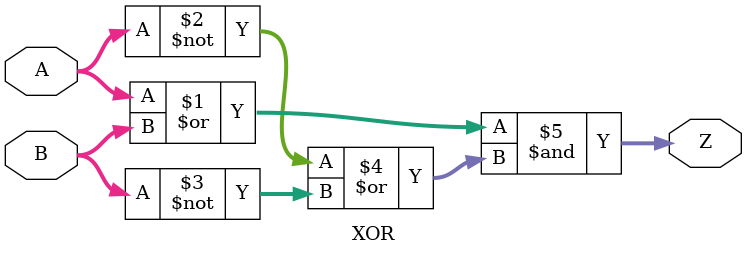
<source format=v>
`timescale 1ns / 1ps

module XOR(
    input  wire [31:0] A,
    input  wire [31:0] B,
    output [31:0] Z
);
    
assign Z = (A | B) & (~A | ~B);
endmodule
</source>
